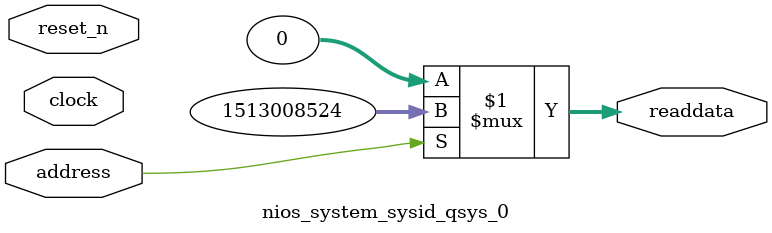
<source format=v>

`timescale 1ns / 1ps
// synthesis translate_on

// turn off superfluous verilog processor warnings 
// altera message_level Level1 
// altera message_off 10034 10035 10036 10037 10230 10240 10030 

module nios_system_sysid_qsys_0 (
               // inputs:
                address,
                clock,
                reset_n,

               // outputs:
                readdata
             )
;

  output  [ 31: 0] readdata;
  input            address;
  input            clock;
  input            reset_n;

  wire    [ 31: 0] readdata;
  //control_slave, which is an e_avalon_slave
  assign readdata = address ? 1513008524 : 0;

endmodule




</source>
